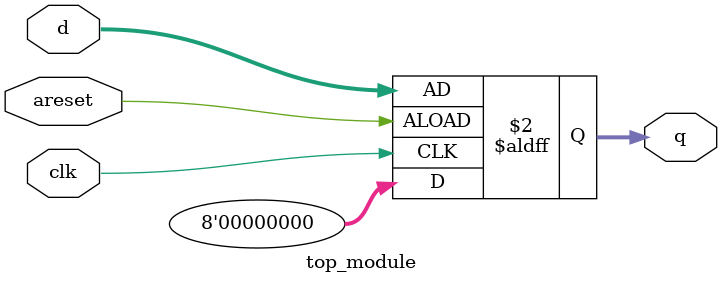
<source format=v>
module top_module (
    input clk,
    input areset,   // active high asynchronous reset
    input [7:0] d,
    output [7:0] q
);
    always @(posedge clk or negedge areset) begin
        if (areset)
            q <= 0;
        else
            q <= d;
    end
endmodule

</source>
